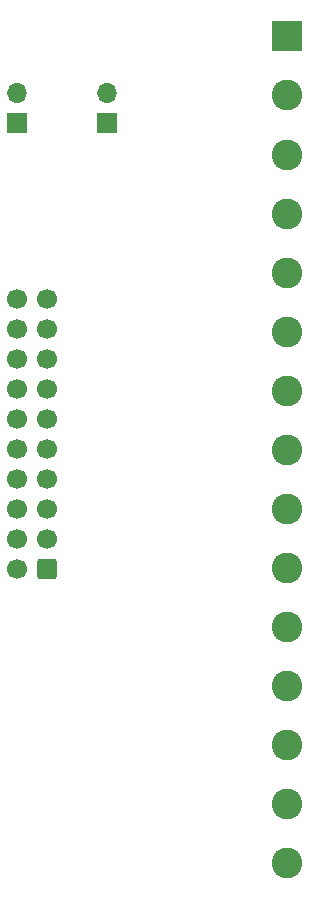
<source format=gbr>
%TF.GenerationSoftware,KiCad,Pcbnew,7.0.2*%
%TF.CreationDate,2023-04-24T21:00:06-04:00*%
%TF.ProjectId,JTAG_Terminal_Block,4a544147-5f54-4657-926d-696e616c5f42,rev?*%
%TF.SameCoordinates,Original*%
%TF.FileFunction,Soldermask,Bot*%
%TF.FilePolarity,Negative*%
%FSLAX46Y46*%
G04 Gerber Fmt 4.6, Leading zero omitted, Abs format (unit mm)*
G04 Created by KiCad (PCBNEW 7.0.2) date 2023-04-24 21:00:06*
%MOMM*%
%LPD*%
G01*
G04 APERTURE LIST*
G04 Aperture macros list*
%AMRoundRect*
0 Rectangle with rounded corners*
0 $1 Rounding radius*
0 $2 $3 $4 $5 $6 $7 $8 $9 X,Y pos of 4 corners*
0 Add a 4 corners polygon primitive as box body*
4,1,4,$2,$3,$4,$5,$6,$7,$8,$9,$2,$3,0*
0 Add four circle primitives for the rounded corners*
1,1,$1+$1,$2,$3*
1,1,$1+$1,$4,$5*
1,1,$1+$1,$6,$7*
1,1,$1+$1,$8,$9*
0 Add four rect primitives between the rounded corners*
20,1,$1+$1,$2,$3,$4,$5,0*
20,1,$1+$1,$4,$5,$6,$7,0*
20,1,$1+$1,$6,$7,$8,$9,0*
20,1,$1+$1,$8,$9,$2,$3,0*%
G04 Aperture macros list end*
%ADD10R,1.700000X1.700000*%
%ADD11O,1.700000X1.700000*%
%ADD12R,2.600000X2.600000*%
%ADD13C,2.600000*%
%ADD14C,1.700000*%
%ADD15RoundRect,0.250000X0.600000X0.600000X-0.600000X0.600000X-0.600000X-0.600000X0.600000X-0.600000X0*%
G04 APERTURE END LIST*
D10*
%TO.C,JP2*%
X154940000Y-50800000D03*
D11*
X154940000Y-48260000D03*
%TD*%
D10*
%TO.C,JP1*%
X147320000Y-50800000D03*
D11*
X147320000Y-48260000D03*
%TD*%
D12*
%TO.C,J2*%
X170180000Y-43500000D03*
D13*
X170180000Y-48500000D03*
X170180000Y-53500000D03*
X170180000Y-58500000D03*
X170180000Y-63500000D03*
X170180000Y-68500000D03*
X170180000Y-73500000D03*
X170180000Y-78500000D03*
X170180000Y-83500000D03*
X170180000Y-88500000D03*
X170180000Y-93500000D03*
X170180000Y-98500000D03*
X170180000Y-103500000D03*
X170180000Y-108500000D03*
X170180000Y-113500000D03*
%TD*%
D14*
%TO.C,J1*%
X147320000Y-65720000D03*
X149860000Y-65720000D03*
X147320000Y-68260000D03*
X149860000Y-68260000D03*
X147320000Y-70800000D03*
X149860000Y-70800000D03*
X147320000Y-73340000D03*
X149860000Y-73340000D03*
X147320000Y-75880000D03*
X149860000Y-75880000D03*
X147320000Y-78420000D03*
X149860000Y-78420000D03*
X147320000Y-80960000D03*
X149860000Y-80960000D03*
X147320000Y-83500000D03*
X149860000Y-83500000D03*
X147320000Y-86040000D03*
X149860000Y-86040000D03*
X147320000Y-88580000D03*
D15*
X149860000Y-88580000D03*
%TD*%
M02*

</source>
